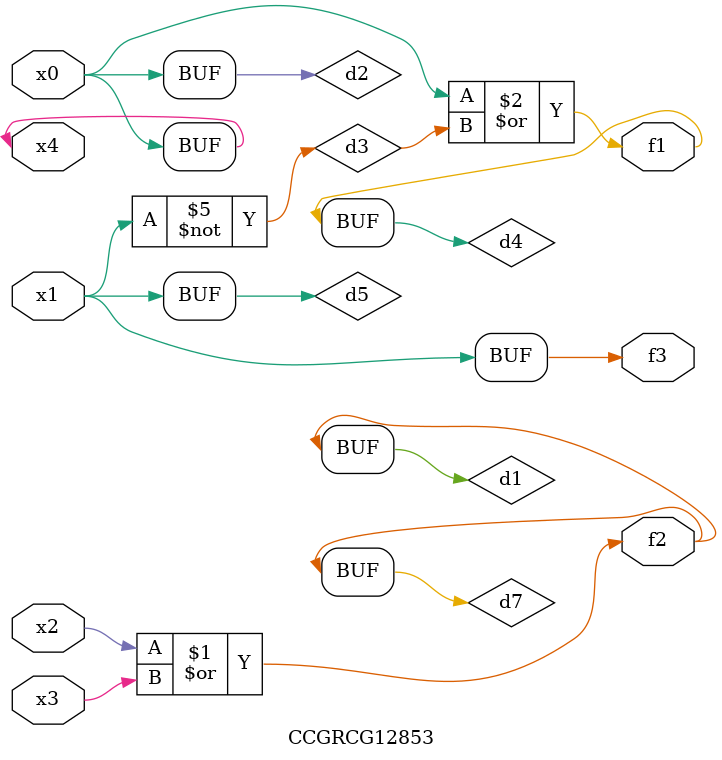
<source format=v>
module CCGRCG12853(
	input x0, x1, x2, x3, x4,
	output f1, f2, f3
);

	wire d1, d2, d3, d4, d5, d6, d7;

	or (d1, x2, x3);
	buf (d2, x0, x4);
	not (d3, x1);
	or (d4, d2, d3);
	not (d5, d3);
	nand (d6, d1, d3);
	or (d7, d1);
	assign f1 = d4;
	assign f2 = d7;
	assign f3 = d5;
endmodule

</source>
